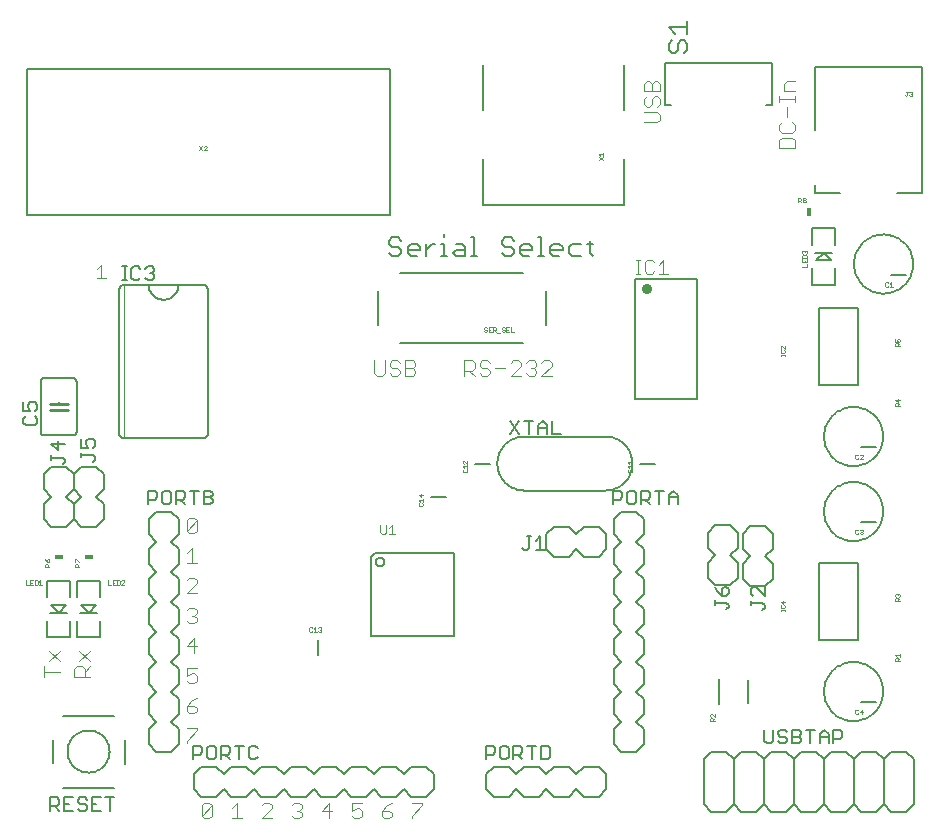
<source format=gto>
G75*
G70*
%OFA0B0*%
%FSLAX24Y24*%
%IPPOS*%
%LPD*%
%AMOC8*
5,1,8,0,0,1.08239X$1,22.5*
%
%ADD10C,0.0040*%
%ADD11C,0.0050*%
%ADD12C,0.0060*%
%ADD13C,0.0030*%
%ADD14C,0.0080*%
%ADD15C,0.0348*%
%ADD16C,0.0010*%
%ADD17C,0.0020*%
%ADD18C,0.0100*%
%ADD19C,0.0070*%
%ADD20R,0.0050X0.0200*%
%ADD21R,0.0300X0.0180*%
%ADD22R,0.0180X0.0300*%
D10*
X001661Y005636D02*
X001661Y005983D01*
X001661Y005810D02*
X002181Y005810D01*
X002181Y006152D02*
X001834Y006499D01*
X001834Y006152D02*
X002181Y006499D01*
X002834Y006499D02*
X003181Y006152D01*
X003181Y005983D02*
X003008Y005810D01*
X003008Y005897D02*
X003008Y005636D01*
X003181Y005636D02*
X002661Y005636D01*
X002661Y005897D01*
X002747Y005983D01*
X002921Y005983D01*
X003008Y005897D01*
X002834Y006152D02*
X003181Y006499D01*
X006411Y006678D02*
X006758Y006678D01*
X006671Y006418D02*
X006671Y006938D01*
X006411Y006678D01*
X006411Y005938D02*
X006411Y005678D01*
X006585Y005765D01*
X006671Y005765D01*
X006758Y005678D01*
X006758Y005504D01*
X006671Y005418D01*
X006498Y005418D01*
X006411Y005504D01*
X006411Y005938D02*
X006758Y005938D01*
X006758Y004938D02*
X006585Y004851D01*
X006411Y004678D01*
X006671Y004678D01*
X006758Y004591D01*
X006758Y004504D01*
X006671Y004418D01*
X006498Y004418D01*
X006411Y004504D01*
X006411Y004678D01*
X006411Y003938D02*
X006758Y003938D01*
X006758Y003851D01*
X006411Y003504D01*
X006411Y003418D01*
X006998Y001438D02*
X007171Y001438D01*
X007258Y001351D01*
X006911Y001004D01*
X006998Y000918D01*
X007171Y000918D01*
X007258Y001004D01*
X007258Y001351D01*
X006998Y001438D02*
X006911Y001351D01*
X006911Y001004D01*
X007911Y000918D02*
X008258Y000918D01*
X008085Y000918D02*
X008085Y001438D01*
X007911Y001265D01*
X008911Y001351D02*
X008998Y001438D01*
X009171Y001438D01*
X009258Y001351D01*
X009258Y001265D01*
X008911Y000918D01*
X009258Y000918D01*
X009911Y001004D02*
X009998Y000918D01*
X010171Y000918D01*
X010258Y001004D01*
X010258Y001091D01*
X010171Y001178D01*
X010085Y001178D01*
X010171Y001178D02*
X010258Y001265D01*
X010258Y001351D01*
X010171Y001438D01*
X009998Y001438D01*
X009911Y001351D01*
X010911Y001178D02*
X011258Y001178D01*
X011171Y000918D02*
X011171Y001438D01*
X010911Y001178D01*
X011911Y001178D02*
X012085Y001265D01*
X012171Y001265D01*
X012258Y001178D01*
X012258Y001004D01*
X012171Y000918D01*
X011998Y000918D01*
X011911Y001004D01*
X011911Y001178D02*
X011911Y001438D01*
X012258Y001438D01*
X012911Y001178D02*
X012911Y001004D01*
X012998Y000918D01*
X013171Y000918D01*
X013258Y001004D01*
X013258Y001091D01*
X013171Y001178D01*
X012911Y001178D01*
X013085Y001351D01*
X013258Y001438D01*
X013911Y001438D02*
X014258Y001438D01*
X014258Y001351D01*
X013911Y001004D01*
X013911Y000918D01*
X006758Y007504D02*
X006671Y007418D01*
X006498Y007418D01*
X006411Y007504D01*
X006585Y007678D02*
X006671Y007678D01*
X006758Y007591D01*
X006758Y007504D01*
X006671Y007678D02*
X006758Y007765D01*
X006758Y007851D01*
X006671Y007938D01*
X006498Y007938D01*
X006411Y007851D01*
X006411Y008418D02*
X006758Y008765D01*
X006758Y008851D01*
X006671Y008938D01*
X006498Y008938D01*
X006411Y008851D01*
X006411Y008418D02*
X006758Y008418D01*
X006758Y009418D02*
X006411Y009418D01*
X006585Y009418D02*
X006585Y009938D01*
X006411Y009765D01*
X006498Y010418D02*
X006411Y010504D01*
X006758Y010851D01*
X006758Y010504D01*
X006671Y010418D01*
X006498Y010418D01*
X006411Y010504D02*
X006411Y010851D01*
X006498Y010938D01*
X006671Y010938D01*
X006758Y010851D01*
X012661Y015754D02*
X012661Y016188D01*
X013008Y016188D02*
X013008Y015754D01*
X012921Y015668D01*
X012748Y015668D01*
X012661Y015754D01*
X013177Y015754D02*
X013263Y015668D01*
X013437Y015668D01*
X013524Y015754D01*
X013524Y015841D01*
X013437Y015928D01*
X013263Y015928D01*
X013177Y016015D01*
X013177Y016101D01*
X013263Y016188D01*
X013437Y016188D01*
X013524Y016101D01*
X013692Y016188D02*
X013953Y016188D01*
X014039Y016101D01*
X014039Y016015D01*
X013953Y015928D01*
X013692Y015928D01*
X013692Y015668D02*
X013692Y016188D01*
X013953Y015928D02*
X014039Y015841D01*
X014039Y015754D01*
X013953Y015668D01*
X013692Y015668D01*
X015661Y015668D02*
X015661Y016188D01*
X015921Y016188D01*
X016008Y016101D01*
X016008Y015928D01*
X015921Y015841D01*
X015661Y015841D01*
X015835Y015841D02*
X016008Y015668D01*
X016177Y015754D02*
X016263Y015668D01*
X016437Y015668D01*
X016524Y015754D01*
X016524Y015841D01*
X016437Y015928D01*
X016263Y015928D01*
X016177Y016015D01*
X016177Y016101D01*
X016263Y016188D01*
X016437Y016188D01*
X016524Y016101D01*
X016692Y015928D02*
X017039Y015928D01*
X017208Y016101D02*
X017295Y016188D01*
X017468Y016188D01*
X017555Y016101D01*
X017555Y016015D01*
X017208Y015668D01*
X017555Y015668D01*
X017724Y015754D02*
X017810Y015668D01*
X017984Y015668D01*
X018071Y015754D01*
X018071Y015841D01*
X017984Y015928D01*
X017897Y015928D01*
X017984Y015928D02*
X018071Y016015D01*
X018071Y016101D01*
X017984Y016188D01*
X017810Y016188D01*
X017724Y016101D01*
X018239Y016101D02*
X018326Y016188D01*
X018499Y016188D01*
X018586Y016101D01*
X018586Y016015D01*
X018239Y015668D01*
X018586Y015668D01*
X021376Y019074D02*
X021529Y019074D01*
X021452Y019074D02*
X021452Y019534D01*
X021376Y019534D02*
X021529Y019534D01*
X021683Y019457D02*
X021683Y019150D01*
X021759Y019074D01*
X021913Y019074D01*
X021989Y019150D01*
X022143Y019074D02*
X022450Y019074D01*
X022296Y019074D02*
X022296Y019534D01*
X022143Y019381D01*
X021989Y019457D02*
X021913Y019534D01*
X021759Y019534D01*
X021683Y019457D01*
X026161Y023261D02*
X026161Y023522D01*
X026247Y023608D01*
X026594Y023608D01*
X026681Y023522D01*
X026681Y023261D01*
X026161Y023261D01*
X026247Y023777D02*
X026594Y023777D01*
X026681Y023864D01*
X026681Y024037D01*
X026594Y024124D01*
X026421Y024293D02*
X026421Y024640D01*
X026681Y024808D02*
X026681Y024982D01*
X026681Y024895D02*
X026161Y024895D01*
X026161Y024808D02*
X026161Y024982D01*
X026334Y025152D02*
X026334Y025412D01*
X026421Y025499D01*
X026681Y025499D01*
X026681Y025152D02*
X026334Y025152D01*
X026247Y024124D02*
X026161Y024037D01*
X026161Y023864D01*
X026247Y023777D01*
X022181Y024208D02*
X022181Y024381D01*
X022094Y024468D01*
X021661Y024468D01*
X021747Y024636D02*
X021834Y024636D01*
X021921Y024723D01*
X021921Y024897D01*
X022008Y024983D01*
X022094Y024983D01*
X022181Y024897D01*
X022181Y024723D01*
X022094Y024636D01*
X021747Y024636D02*
X021661Y024723D01*
X021661Y024897D01*
X021747Y024983D01*
X021661Y025152D02*
X021661Y025412D01*
X021747Y025499D01*
X021834Y025499D01*
X021921Y025412D01*
X021921Y025152D01*
X022181Y025152D02*
X021661Y025152D01*
X021921Y025412D02*
X022008Y025499D01*
X022094Y025499D01*
X022181Y025412D01*
X022181Y025152D01*
X022181Y024208D02*
X022094Y024121D01*
X021661Y024121D01*
X003718Y018918D02*
X003411Y018918D01*
X003565Y018918D02*
X003565Y019378D01*
X003411Y019225D01*
D11*
X001864Y001623D02*
X001864Y001173D01*
X001864Y001323D02*
X002089Y001323D01*
X002164Y001398D01*
X002164Y001548D01*
X002089Y001623D01*
X001864Y001623D01*
X002014Y001323D02*
X002164Y001173D01*
X002325Y001173D02*
X002325Y001623D01*
X002625Y001623D01*
X002785Y001548D02*
X002785Y001473D01*
X002860Y001398D01*
X003010Y001398D01*
X003085Y001323D01*
X003085Y001248D01*
X003010Y001173D01*
X002860Y001173D01*
X002785Y001248D01*
X002625Y001173D02*
X002325Y001173D01*
X002325Y001398D02*
X002475Y001398D01*
X002785Y001548D02*
X002860Y001623D01*
X003010Y001623D01*
X003085Y001548D01*
X003245Y001623D02*
X003245Y001173D01*
X003545Y001173D01*
X003395Y001398D02*
X003245Y001398D01*
X003245Y001623D02*
X003545Y001623D01*
X003706Y001623D02*
X004006Y001623D01*
X003856Y001623D02*
X003856Y001173D01*
X006636Y002893D02*
X006636Y003343D01*
X006861Y003343D01*
X006936Y003268D01*
X006936Y003118D01*
X006861Y003043D01*
X006636Y003043D01*
X007096Y002968D02*
X007171Y002893D01*
X007322Y002893D01*
X007397Y002968D01*
X007397Y003268D01*
X007322Y003343D01*
X007171Y003343D01*
X007096Y003268D01*
X007096Y002968D01*
X007557Y003043D02*
X007782Y003043D01*
X007857Y003118D01*
X007857Y003268D01*
X007782Y003343D01*
X007557Y003343D01*
X007557Y002893D01*
X007707Y003043D02*
X007857Y002893D01*
X008167Y002893D02*
X008167Y003343D01*
X008017Y003343D02*
X008317Y003343D01*
X008478Y003268D02*
X008478Y002968D01*
X008553Y002893D01*
X008703Y002893D01*
X008778Y002968D01*
X008778Y003268D02*
X008703Y003343D01*
X008553Y003343D01*
X008478Y003268D01*
X016386Y003343D02*
X016386Y002893D01*
X016386Y003043D02*
X016611Y003043D01*
X016686Y003118D01*
X016686Y003268D01*
X016611Y003343D01*
X016386Y003343D01*
X016846Y003268D02*
X016846Y002968D01*
X016921Y002893D01*
X017072Y002893D01*
X017147Y002968D01*
X017147Y003268D01*
X017072Y003343D01*
X016921Y003343D01*
X016846Y003268D01*
X017307Y003343D02*
X017307Y002893D01*
X017307Y003043D02*
X017532Y003043D01*
X017607Y003118D01*
X017607Y003268D01*
X017532Y003343D01*
X017307Y003343D01*
X017457Y003043D02*
X017607Y002893D01*
X017917Y002893D02*
X017917Y003343D01*
X017767Y003343D02*
X018067Y003343D01*
X018228Y003343D02*
X018228Y002893D01*
X018453Y002893D01*
X018528Y002968D01*
X018528Y003268D01*
X018453Y003343D01*
X018228Y003343D01*
X024026Y008033D02*
X024026Y008183D01*
X024026Y008108D02*
X024401Y008108D01*
X024476Y008033D01*
X024476Y007958D01*
X024401Y007883D01*
X024401Y008343D02*
X024476Y008418D01*
X024476Y008568D01*
X024401Y008643D01*
X024326Y008643D01*
X024251Y008568D01*
X024251Y008343D01*
X024401Y008343D01*
X024251Y008343D02*
X024101Y008493D01*
X024026Y008643D01*
X025226Y008558D02*
X025226Y008408D01*
X025301Y008333D01*
X025226Y008173D02*
X025226Y008023D01*
X025226Y008098D02*
X025601Y008098D01*
X025676Y008023D01*
X025676Y007948D01*
X025601Y007873D01*
X025676Y008333D02*
X025376Y008633D01*
X025301Y008633D01*
X025226Y008558D01*
X025676Y008633D02*
X025676Y008333D01*
X022778Y011393D02*
X022778Y011693D01*
X022628Y011843D01*
X022478Y011693D01*
X022478Y011393D01*
X022478Y011618D02*
X022778Y011618D01*
X022317Y011843D02*
X022017Y011843D01*
X022167Y011843D02*
X022167Y011393D01*
X021857Y011393D02*
X021707Y011543D01*
X021782Y011543D02*
X021557Y011543D01*
X021557Y011393D02*
X021557Y011843D01*
X021782Y011843D01*
X021857Y011768D01*
X021857Y011618D01*
X021782Y011543D01*
X021397Y011468D02*
X021322Y011393D01*
X021171Y011393D01*
X021096Y011468D01*
X021096Y011768D01*
X021171Y011843D01*
X021322Y011843D01*
X021397Y011768D01*
X021397Y011468D01*
X020936Y011618D02*
X020861Y011543D01*
X020636Y011543D01*
X020636Y011393D02*
X020636Y011843D01*
X020861Y011843D01*
X020936Y011768D01*
X020936Y011618D01*
X018886Y013723D02*
X018586Y013723D01*
X018586Y014173D01*
X018426Y014023D02*
X018426Y013723D01*
X018426Y013948D02*
X018125Y013948D01*
X018125Y014023D02*
X018125Y013723D01*
X018125Y014023D02*
X018275Y014173D01*
X018426Y014023D01*
X017965Y014173D02*
X017665Y014173D01*
X017815Y014173D02*
X017815Y013723D01*
X017505Y013723D02*
X017205Y014173D01*
X017505Y014173D02*
X017205Y013723D01*
X017629Y016780D02*
X013535Y016780D01*
X012787Y017370D02*
X012787Y018512D01*
X013535Y019102D02*
X017629Y019102D01*
X017623Y019673D02*
X017521Y019774D01*
X017521Y019978D01*
X017623Y020080D01*
X017827Y020080D01*
X017928Y019978D01*
X017928Y019876D01*
X017521Y019876D01*
X017321Y019876D02*
X017219Y019978D01*
X017015Y019978D01*
X016914Y020080D01*
X016914Y020181D01*
X017015Y020283D01*
X017219Y020283D01*
X017321Y020181D01*
X017321Y019876D02*
X017321Y019774D01*
X017219Y019673D01*
X017015Y019673D01*
X016914Y019774D01*
X017623Y019673D02*
X017827Y019673D01*
X018129Y019673D02*
X018333Y019673D01*
X018231Y019673D02*
X018231Y020283D01*
X018129Y020283D01*
X018534Y019978D02*
X018636Y020080D01*
X018839Y020080D01*
X018941Y019978D01*
X018941Y019876D01*
X018534Y019876D01*
X018534Y019774D02*
X018534Y019978D01*
X018534Y019774D02*
X018636Y019673D01*
X018839Y019673D01*
X019142Y019774D02*
X019244Y019673D01*
X019549Y019673D01*
X019851Y019774D02*
X019953Y019673D01*
X019851Y019774D02*
X019851Y020181D01*
X019750Y020080D02*
X019953Y020080D01*
X019549Y020080D02*
X019244Y020080D01*
X019142Y019978D01*
X019142Y019774D01*
X018377Y018512D02*
X018377Y017370D01*
X016104Y019673D02*
X015901Y019673D01*
X016003Y019673D02*
X016003Y020283D01*
X015901Y020283D01*
X015598Y020080D02*
X015700Y019978D01*
X015700Y019673D01*
X015395Y019673D01*
X015293Y019774D01*
X015395Y019876D01*
X015700Y019876D01*
X015598Y020080D02*
X015395Y020080D01*
X014990Y020080D02*
X014990Y019673D01*
X015091Y019673D02*
X014888Y019673D01*
X014382Y019673D02*
X014382Y020080D01*
X014585Y020080D02*
X014687Y020080D01*
X014585Y020080D02*
X014382Y019876D01*
X014181Y019876D02*
X014181Y019978D01*
X014079Y020080D01*
X013876Y020080D01*
X013774Y019978D01*
X013774Y019774D01*
X013876Y019673D01*
X014079Y019673D01*
X014181Y019876D02*
X013774Y019876D01*
X013573Y019876D02*
X013471Y019978D01*
X013268Y019978D01*
X013166Y020080D01*
X013166Y020181D01*
X013268Y020283D01*
X013471Y020283D01*
X013573Y020181D01*
X013573Y019876D02*
X013573Y019774D01*
X013471Y019673D01*
X013268Y019673D01*
X013166Y019774D01*
X014888Y020080D02*
X014990Y020080D01*
X014990Y020283D02*
X014990Y020385D01*
X007203Y011843D02*
X006978Y011843D01*
X006978Y011393D01*
X007203Y011393D01*
X007278Y011468D01*
X007278Y011543D01*
X007203Y011618D01*
X006978Y011618D01*
X007203Y011618D02*
X007278Y011693D01*
X007278Y011768D01*
X007203Y011843D01*
X006817Y011843D02*
X006517Y011843D01*
X006667Y011843D02*
X006667Y011393D01*
X006357Y011393D02*
X006207Y011543D01*
X006282Y011543D02*
X006057Y011543D01*
X006057Y011393D02*
X006057Y011843D01*
X006282Y011843D01*
X006357Y011768D01*
X006357Y011618D01*
X006282Y011543D01*
X005897Y011468D02*
X005822Y011393D01*
X005671Y011393D01*
X005596Y011468D01*
X005596Y011768D01*
X005671Y011843D01*
X005822Y011843D01*
X005897Y011768D01*
X005897Y011468D01*
X005436Y011618D02*
X005436Y011768D01*
X005361Y011843D01*
X005136Y011843D01*
X005136Y011393D01*
X005136Y011543D02*
X005361Y011543D01*
X005436Y011618D01*
X003356Y012878D02*
X003281Y012803D01*
X003356Y012878D02*
X003356Y012953D01*
X003281Y013028D01*
X002906Y013028D01*
X002906Y012953D02*
X002906Y013103D01*
X002906Y013263D02*
X003131Y013263D01*
X003056Y013413D01*
X003056Y013488D01*
X003131Y013563D01*
X003281Y013563D01*
X003356Y013488D01*
X003356Y013338D01*
X003281Y013263D01*
X002906Y013263D02*
X002906Y013563D01*
X002356Y013408D02*
X001906Y013408D01*
X002131Y013183D01*
X002131Y013483D01*
X001906Y013023D02*
X001906Y012873D01*
X001906Y012948D02*
X002281Y012948D01*
X002356Y012873D01*
X002356Y012798D01*
X002281Y012723D01*
X001341Y014023D02*
X001041Y014023D01*
X000966Y014098D01*
X000966Y014248D01*
X001041Y014323D01*
X000966Y014483D02*
X001191Y014483D01*
X001116Y014633D01*
X001116Y014708D01*
X001191Y014783D01*
X001341Y014783D01*
X001416Y014708D01*
X001416Y014558D01*
X001341Y014483D01*
X001341Y014323D02*
X001416Y014248D01*
X001416Y014098D01*
X001341Y014023D01*
X000966Y014483D02*
X000966Y014783D01*
X004266Y018873D02*
X004416Y018873D01*
X004341Y018873D02*
X004341Y019323D01*
X004266Y019323D02*
X004416Y019323D01*
X004573Y019248D02*
X004573Y018948D01*
X004648Y018873D01*
X004798Y018873D01*
X004873Y018948D01*
X005033Y018948D02*
X005108Y018873D01*
X005259Y018873D01*
X005334Y018948D01*
X005334Y019023D01*
X005259Y019098D01*
X005183Y019098D01*
X005259Y019098D02*
X005334Y019173D01*
X005334Y019248D01*
X005259Y019323D01*
X005108Y019323D01*
X005033Y019248D01*
X004873Y019248D02*
X004798Y019323D01*
X004648Y019323D01*
X004573Y019248D01*
X017746Y010323D02*
X017896Y010323D01*
X017821Y010323D02*
X017821Y009948D01*
X017746Y009873D01*
X017671Y009873D01*
X017596Y009948D01*
X018056Y009873D02*
X018357Y009873D01*
X018207Y009873D02*
X018207Y010323D01*
X018056Y010173D01*
X025666Y003873D02*
X025666Y003498D01*
X025741Y003423D01*
X025891Y003423D01*
X025966Y003498D01*
X025966Y003873D01*
X026126Y003798D02*
X026126Y003723D01*
X026201Y003648D01*
X026352Y003648D01*
X026427Y003573D01*
X026427Y003498D01*
X026352Y003423D01*
X026201Y003423D01*
X026126Y003498D01*
X026126Y003798D02*
X026201Y003873D01*
X026352Y003873D01*
X026427Y003798D01*
X026587Y003873D02*
X026812Y003873D01*
X026887Y003798D01*
X026887Y003723D01*
X026812Y003648D01*
X026587Y003648D01*
X026812Y003648D02*
X026887Y003573D01*
X026887Y003498D01*
X026812Y003423D01*
X026587Y003423D01*
X026587Y003873D01*
X027047Y003873D02*
X027347Y003873D01*
X027197Y003873D02*
X027197Y003423D01*
X027508Y003423D02*
X027508Y003723D01*
X027658Y003873D01*
X027808Y003723D01*
X027808Y003423D01*
X027968Y003423D02*
X027968Y003873D01*
X028193Y003873D01*
X028268Y003798D01*
X028268Y003648D01*
X028193Y003573D01*
X027968Y003573D01*
X027808Y003648D02*
X027508Y003648D01*
D12*
X027391Y003148D02*
X026891Y003148D01*
X026641Y002898D01*
X026641Y001398D01*
X026391Y001148D01*
X025891Y001148D01*
X025641Y001398D01*
X025641Y002898D01*
X025391Y003148D01*
X024891Y003148D01*
X024641Y002898D01*
X024391Y003148D01*
X023891Y003148D01*
X023641Y002898D01*
X023641Y001398D01*
X023891Y001148D01*
X024391Y001148D01*
X024641Y001398D01*
X024641Y002898D01*
X025641Y002898D02*
X025891Y003148D01*
X026391Y003148D01*
X026641Y002898D01*
X027391Y003148D02*
X027641Y002898D01*
X027641Y001398D01*
X027391Y001148D01*
X026891Y001148D01*
X026641Y001398D01*
X025641Y001398D02*
X025391Y001148D01*
X024891Y001148D01*
X024641Y001398D01*
X027641Y001398D02*
X027891Y001148D01*
X028391Y001148D01*
X028641Y001398D01*
X028641Y002898D01*
X028391Y003148D01*
X027891Y003148D01*
X027641Y002898D01*
X028641Y002898D02*
X028891Y003148D01*
X029391Y003148D01*
X029641Y002898D01*
X029641Y001398D01*
X029391Y001148D01*
X028891Y001148D01*
X028641Y001398D01*
X029641Y001398D02*
X029891Y001148D01*
X030391Y001148D01*
X030641Y001398D01*
X030641Y002898D01*
X030391Y003148D01*
X029891Y003148D01*
X029641Y002898D01*
X025131Y004753D02*
X025131Y005548D01*
X024151Y005552D02*
X024151Y004743D01*
X015321Y007008D02*
X012561Y007008D01*
X012561Y009628D01*
X012701Y009768D01*
X015321Y009768D01*
X015321Y007008D01*
X012720Y009468D02*
X012722Y009491D01*
X012728Y009514D01*
X012737Y009535D01*
X012750Y009555D01*
X012766Y009572D01*
X012784Y009586D01*
X012804Y009597D01*
X012826Y009605D01*
X012849Y009609D01*
X012873Y009609D01*
X012896Y009605D01*
X012918Y009597D01*
X012938Y009586D01*
X012956Y009572D01*
X012972Y009555D01*
X012985Y009535D01*
X012994Y009514D01*
X013000Y009491D01*
X013002Y009468D01*
X013000Y009445D01*
X012994Y009422D01*
X012985Y009401D01*
X012972Y009381D01*
X012956Y009364D01*
X012938Y009350D01*
X012918Y009339D01*
X012896Y009331D01*
X012873Y009327D01*
X012849Y009327D01*
X012826Y009331D01*
X012804Y009339D01*
X012784Y009350D01*
X012766Y009364D01*
X012750Y009381D01*
X012737Y009401D01*
X012728Y009422D01*
X012722Y009445D01*
X012720Y009468D01*
X007111Y013738D02*
X007111Y018558D01*
X007109Y018581D01*
X007104Y018604D01*
X007095Y018626D01*
X007082Y018646D01*
X007067Y018664D01*
X007049Y018679D01*
X007029Y018692D01*
X007007Y018701D01*
X006984Y018706D01*
X006961Y018708D01*
X006141Y018708D01*
X005141Y018708D01*
X004321Y018708D01*
X004298Y018706D01*
X004275Y018701D01*
X004253Y018692D01*
X004233Y018679D01*
X004215Y018664D01*
X004200Y018646D01*
X004187Y018626D01*
X004178Y018604D01*
X004173Y018581D01*
X004171Y018558D01*
X004171Y013738D01*
X004173Y013715D01*
X004178Y013692D01*
X004187Y013670D01*
X004200Y013650D01*
X004215Y013632D01*
X004233Y013617D01*
X004253Y013604D01*
X004275Y013595D01*
X004298Y013590D01*
X004321Y013588D01*
X006961Y013588D01*
X006984Y013590D01*
X007007Y013595D01*
X007029Y013604D01*
X007049Y013617D01*
X007067Y013632D01*
X007082Y013650D01*
X007095Y013670D01*
X007104Y013692D01*
X007109Y013715D01*
X007111Y013738D01*
X002741Y013798D02*
X002741Y015498D01*
X002739Y015515D01*
X002735Y015532D01*
X002728Y015548D01*
X002718Y015562D01*
X002705Y015575D01*
X002691Y015585D01*
X002675Y015592D01*
X002658Y015596D01*
X002641Y015598D01*
X001641Y015598D01*
X001624Y015596D01*
X001607Y015592D01*
X001591Y015585D01*
X001577Y015575D01*
X001564Y015562D01*
X001554Y015548D01*
X001547Y015532D01*
X001543Y015515D01*
X001541Y015498D01*
X001541Y013798D01*
X001543Y013781D01*
X001547Y013764D01*
X001554Y013748D01*
X001564Y013734D01*
X001577Y013721D01*
X001591Y013711D01*
X001607Y013704D01*
X001624Y013700D01*
X001641Y013698D01*
X002641Y013698D01*
X002658Y013700D01*
X002675Y013704D01*
X002691Y013711D01*
X002705Y013721D01*
X002718Y013734D01*
X002728Y013748D01*
X002735Y013764D01*
X002739Y013781D01*
X002741Y013798D01*
X002141Y014498D02*
X002141Y014548D01*
X002141Y014748D02*
X002141Y014798D01*
X005141Y018708D02*
X005143Y018664D01*
X005149Y018621D01*
X005158Y018579D01*
X005171Y018537D01*
X005188Y018497D01*
X005208Y018458D01*
X005231Y018421D01*
X005258Y018387D01*
X005287Y018354D01*
X005320Y018325D01*
X005354Y018298D01*
X005391Y018275D01*
X005430Y018255D01*
X005470Y018238D01*
X005512Y018225D01*
X005554Y018216D01*
X005597Y018210D01*
X005641Y018208D01*
X005685Y018210D01*
X005728Y018216D01*
X005770Y018225D01*
X005812Y018238D01*
X005852Y018255D01*
X005891Y018275D01*
X005928Y018298D01*
X005962Y018325D01*
X005995Y018354D01*
X006024Y018387D01*
X006051Y018421D01*
X006074Y018458D01*
X006094Y018497D01*
X006111Y018537D01*
X006124Y018579D01*
X006133Y018621D01*
X006139Y018664D01*
X006141Y018708D01*
D13*
X012866Y010693D02*
X012866Y010451D01*
X012914Y010403D01*
X013011Y010403D01*
X013060Y010451D01*
X013060Y010693D01*
X013161Y010596D02*
X013257Y010693D01*
X013257Y010403D01*
X013161Y010403D02*
X013354Y010403D01*
D14*
X014551Y011628D02*
X015051Y011628D01*
X016021Y012748D02*
X016521Y012748D01*
X017671Y013648D02*
X017612Y013646D01*
X017554Y013640D01*
X017495Y013631D01*
X017438Y013617D01*
X017382Y013600D01*
X017327Y013579D01*
X017273Y013555D01*
X017221Y013527D01*
X017171Y013496D01*
X017123Y013462D01*
X017078Y013425D01*
X017035Y013384D01*
X016994Y013341D01*
X016957Y013296D01*
X016923Y013248D01*
X016892Y013198D01*
X016864Y013146D01*
X016840Y013092D01*
X016819Y013037D01*
X016802Y012981D01*
X016788Y012924D01*
X016779Y012865D01*
X016773Y012807D01*
X016771Y012748D01*
X016773Y012689D01*
X016779Y012631D01*
X016788Y012572D01*
X016802Y012515D01*
X016819Y012459D01*
X016840Y012404D01*
X016864Y012350D01*
X016892Y012298D01*
X016923Y012248D01*
X016957Y012200D01*
X016994Y012155D01*
X017035Y012112D01*
X017078Y012071D01*
X017123Y012034D01*
X017171Y012000D01*
X017221Y011969D01*
X017273Y011941D01*
X017327Y011917D01*
X017382Y011896D01*
X017438Y011879D01*
X017495Y011865D01*
X017554Y011856D01*
X017612Y011850D01*
X017671Y011848D01*
X020371Y011848D01*
X020891Y011148D02*
X020641Y010898D01*
X020641Y010398D01*
X020891Y010148D01*
X020641Y009898D01*
X020641Y009398D01*
X020891Y009148D01*
X020641Y008898D01*
X020641Y008398D01*
X020891Y008148D01*
X020641Y007898D01*
X020641Y007398D01*
X020891Y007148D01*
X020641Y006898D01*
X020641Y006398D01*
X020891Y006148D01*
X020641Y005898D01*
X020641Y005398D01*
X020891Y005148D01*
X020641Y004898D01*
X020641Y004398D01*
X020891Y004148D01*
X020641Y003898D01*
X020641Y003398D01*
X020891Y003148D01*
X021391Y003148D01*
X021641Y003398D01*
X021641Y003898D01*
X021391Y004148D01*
X021641Y004398D01*
X021641Y004898D01*
X021391Y005148D01*
X021641Y005398D01*
X021641Y005898D01*
X021391Y006148D01*
X021641Y006398D01*
X021641Y006898D01*
X021391Y007148D01*
X021641Y007398D01*
X021641Y007898D01*
X021391Y008148D01*
X021641Y008398D01*
X021641Y008898D01*
X021391Y009148D01*
X021641Y009398D01*
X021641Y009898D01*
X021391Y010148D01*
X021641Y010398D01*
X021641Y010898D01*
X021391Y011148D01*
X020891Y011148D01*
X020151Y010648D02*
X020401Y010398D01*
X020401Y009898D01*
X020151Y009648D01*
X019651Y009648D01*
X019401Y009898D01*
X019151Y009648D01*
X018651Y009648D01*
X018401Y009898D01*
X018401Y010398D01*
X018651Y010648D01*
X019151Y010648D01*
X019401Y010398D01*
X019651Y010648D01*
X020151Y010648D01*
X020371Y011848D02*
X020430Y011850D01*
X020488Y011856D01*
X020547Y011865D01*
X020604Y011879D01*
X020660Y011896D01*
X020715Y011917D01*
X020769Y011941D01*
X020821Y011969D01*
X020871Y012000D01*
X020919Y012034D01*
X020964Y012071D01*
X021007Y012112D01*
X021048Y012155D01*
X021085Y012200D01*
X021119Y012248D01*
X021150Y012298D01*
X021178Y012350D01*
X021202Y012404D01*
X021223Y012459D01*
X021240Y012515D01*
X021254Y012572D01*
X021263Y012631D01*
X021269Y012689D01*
X021271Y012748D01*
X021269Y012807D01*
X021263Y012865D01*
X021254Y012924D01*
X021240Y012981D01*
X021223Y013037D01*
X021202Y013092D01*
X021178Y013146D01*
X021150Y013198D01*
X021119Y013248D01*
X021085Y013296D01*
X021048Y013341D01*
X021007Y013384D01*
X020964Y013425D01*
X020919Y013462D01*
X020871Y013496D01*
X020821Y013527D01*
X020769Y013555D01*
X020715Y013579D01*
X020660Y013600D01*
X020604Y013617D01*
X020547Y013631D01*
X020488Y013640D01*
X020430Y013646D01*
X020371Y013648D01*
X017671Y013648D01*
X021367Y014890D02*
X023415Y014890D01*
X023415Y018906D01*
X021367Y018906D01*
X021367Y014890D01*
X021521Y012748D02*
X022021Y012748D01*
X024031Y010688D02*
X024531Y010688D01*
X024781Y010438D01*
X024781Y009938D01*
X024531Y009688D01*
X024781Y009438D01*
X024781Y008938D01*
X024531Y008688D01*
X024031Y008688D01*
X023781Y008938D01*
X023781Y009438D01*
X024031Y009688D01*
X023781Y009938D01*
X023781Y010438D01*
X024031Y010688D01*
X024941Y010408D02*
X024941Y009908D01*
X025191Y009658D01*
X024941Y009408D01*
X024941Y008908D01*
X025191Y008658D01*
X025691Y008658D01*
X025941Y008908D01*
X025941Y009408D01*
X025691Y009658D01*
X025941Y009908D01*
X025941Y010408D01*
X025691Y010658D01*
X025191Y010658D01*
X024941Y010408D01*
X027491Y009438D02*
X027491Y006858D01*
X028791Y006858D01*
X028791Y009438D01*
X027491Y009438D01*
X028895Y010786D02*
X029395Y010786D01*
X027657Y011148D02*
X027659Y011210D01*
X027665Y011273D01*
X027675Y011334D01*
X027689Y011395D01*
X027706Y011455D01*
X027727Y011514D01*
X027753Y011571D01*
X027781Y011626D01*
X027813Y011680D01*
X027849Y011731D01*
X027887Y011781D01*
X027929Y011827D01*
X027973Y011871D01*
X028021Y011912D01*
X028070Y011950D01*
X028122Y011984D01*
X028176Y012015D01*
X028232Y012043D01*
X028290Y012067D01*
X028349Y012088D01*
X028409Y012104D01*
X028470Y012117D01*
X028532Y012126D01*
X028594Y012131D01*
X028657Y012132D01*
X028719Y012129D01*
X028781Y012122D01*
X028843Y012111D01*
X028903Y012096D01*
X028963Y012078D01*
X029021Y012056D01*
X029078Y012030D01*
X029133Y012000D01*
X029186Y011967D01*
X029237Y011931D01*
X029285Y011892D01*
X029331Y011849D01*
X029374Y011804D01*
X029414Y011756D01*
X029451Y011706D01*
X029485Y011653D01*
X029516Y011599D01*
X029542Y011543D01*
X029566Y011485D01*
X029585Y011425D01*
X029601Y011365D01*
X029613Y011303D01*
X029621Y011242D01*
X029625Y011179D01*
X029625Y011117D01*
X029621Y011054D01*
X029613Y010993D01*
X029601Y010931D01*
X029585Y010871D01*
X029566Y010811D01*
X029542Y010753D01*
X029516Y010697D01*
X029485Y010643D01*
X029451Y010590D01*
X029414Y010540D01*
X029374Y010492D01*
X029331Y010447D01*
X029285Y010404D01*
X029237Y010365D01*
X029186Y010329D01*
X029133Y010296D01*
X029078Y010266D01*
X029021Y010240D01*
X028963Y010218D01*
X028903Y010200D01*
X028843Y010185D01*
X028781Y010174D01*
X028719Y010167D01*
X028657Y010164D01*
X028594Y010165D01*
X028532Y010170D01*
X028470Y010179D01*
X028409Y010192D01*
X028349Y010208D01*
X028290Y010229D01*
X028232Y010253D01*
X028176Y010281D01*
X028122Y010312D01*
X028070Y010346D01*
X028021Y010384D01*
X027973Y010425D01*
X027929Y010469D01*
X027887Y010515D01*
X027849Y010565D01*
X027813Y010616D01*
X027781Y010670D01*
X027753Y010725D01*
X027727Y010782D01*
X027706Y010841D01*
X027689Y010901D01*
X027675Y010962D01*
X027665Y011023D01*
X027659Y011086D01*
X027657Y011148D01*
X028895Y013286D02*
X029395Y013286D01*
X027657Y013648D02*
X027659Y013710D01*
X027665Y013773D01*
X027675Y013834D01*
X027689Y013895D01*
X027706Y013955D01*
X027727Y014014D01*
X027753Y014071D01*
X027781Y014126D01*
X027813Y014180D01*
X027849Y014231D01*
X027887Y014281D01*
X027929Y014327D01*
X027973Y014371D01*
X028021Y014412D01*
X028070Y014450D01*
X028122Y014484D01*
X028176Y014515D01*
X028232Y014543D01*
X028290Y014567D01*
X028349Y014588D01*
X028409Y014604D01*
X028470Y014617D01*
X028532Y014626D01*
X028594Y014631D01*
X028657Y014632D01*
X028719Y014629D01*
X028781Y014622D01*
X028843Y014611D01*
X028903Y014596D01*
X028963Y014578D01*
X029021Y014556D01*
X029078Y014530D01*
X029133Y014500D01*
X029186Y014467D01*
X029237Y014431D01*
X029285Y014392D01*
X029331Y014349D01*
X029374Y014304D01*
X029414Y014256D01*
X029451Y014206D01*
X029485Y014153D01*
X029516Y014099D01*
X029542Y014043D01*
X029566Y013985D01*
X029585Y013925D01*
X029601Y013865D01*
X029613Y013803D01*
X029621Y013742D01*
X029625Y013679D01*
X029625Y013617D01*
X029621Y013554D01*
X029613Y013493D01*
X029601Y013431D01*
X029585Y013371D01*
X029566Y013311D01*
X029542Y013253D01*
X029516Y013197D01*
X029485Y013143D01*
X029451Y013090D01*
X029414Y013040D01*
X029374Y012992D01*
X029331Y012947D01*
X029285Y012904D01*
X029237Y012865D01*
X029186Y012829D01*
X029133Y012796D01*
X029078Y012766D01*
X029021Y012740D01*
X028963Y012718D01*
X028903Y012700D01*
X028843Y012685D01*
X028781Y012674D01*
X028719Y012667D01*
X028657Y012664D01*
X028594Y012665D01*
X028532Y012670D01*
X028470Y012679D01*
X028409Y012692D01*
X028349Y012708D01*
X028290Y012729D01*
X028232Y012753D01*
X028176Y012781D01*
X028122Y012812D01*
X028070Y012846D01*
X028021Y012884D01*
X027973Y012925D01*
X027929Y012969D01*
X027887Y013015D01*
X027849Y013065D01*
X027813Y013116D01*
X027781Y013170D01*
X027753Y013225D01*
X027727Y013282D01*
X027706Y013341D01*
X027689Y013401D01*
X027675Y013462D01*
X027665Y013523D01*
X027659Y013586D01*
X027657Y013648D01*
X027491Y015358D02*
X027491Y017938D01*
X028791Y017938D01*
X028791Y015358D01*
X027491Y015358D01*
X027247Y018703D02*
X028035Y018703D01*
X028035Y019254D01*
X027877Y019530D02*
X027641Y019766D01*
X027405Y019530D01*
X027877Y019530D01*
X027917Y019766D02*
X027641Y019766D01*
X027366Y019766D01*
X027247Y020041D02*
X027247Y020593D01*
X028035Y020593D01*
X028035Y020041D01*
X027247Y019254D02*
X027247Y018703D01*
X028657Y019398D02*
X028659Y019460D01*
X028665Y019523D01*
X028675Y019584D01*
X028689Y019645D01*
X028706Y019705D01*
X028727Y019764D01*
X028753Y019821D01*
X028781Y019876D01*
X028813Y019930D01*
X028849Y019981D01*
X028887Y020031D01*
X028929Y020077D01*
X028973Y020121D01*
X029021Y020162D01*
X029070Y020200D01*
X029122Y020234D01*
X029176Y020265D01*
X029232Y020293D01*
X029290Y020317D01*
X029349Y020338D01*
X029409Y020354D01*
X029470Y020367D01*
X029532Y020376D01*
X029594Y020381D01*
X029657Y020382D01*
X029719Y020379D01*
X029781Y020372D01*
X029843Y020361D01*
X029903Y020346D01*
X029963Y020328D01*
X030021Y020306D01*
X030078Y020280D01*
X030133Y020250D01*
X030186Y020217D01*
X030237Y020181D01*
X030285Y020142D01*
X030331Y020099D01*
X030374Y020054D01*
X030414Y020006D01*
X030451Y019956D01*
X030485Y019903D01*
X030516Y019849D01*
X030542Y019793D01*
X030566Y019735D01*
X030585Y019675D01*
X030601Y019615D01*
X030613Y019553D01*
X030621Y019492D01*
X030625Y019429D01*
X030625Y019367D01*
X030621Y019304D01*
X030613Y019243D01*
X030601Y019181D01*
X030585Y019121D01*
X030566Y019061D01*
X030542Y019003D01*
X030516Y018947D01*
X030485Y018893D01*
X030451Y018840D01*
X030414Y018790D01*
X030374Y018742D01*
X030331Y018697D01*
X030285Y018654D01*
X030237Y018615D01*
X030186Y018579D01*
X030133Y018546D01*
X030078Y018516D01*
X030021Y018490D01*
X029963Y018468D01*
X029903Y018450D01*
X029843Y018435D01*
X029781Y018424D01*
X029719Y018417D01*
X029657Y018414D01*
X029594Y018415D01*
X029532Y018420D01*
X029470Y018429D01*
X029409Y018442D01*
X029349Y018458D01*
X029290Y018479D01*
X029232Y018503D01*
X029176Y018531D01*
X029122Y018562D01*
X029070Y018596D01*
X029021Y018634D01*
X028973Y018675D01*
X028929Y018719D01*
X028887Y018765D01*
X028849Y018815D01*
X028813Y018866D01*
X028781Y018920D01*
X028753Y018975D01*
X028727Y019032D01*
X028706Y019091D01*
X028689Y019151D01*
X028675Y019212D01*
X028665Y019273D01*
X028659Y019336D01*
X028657Y019398D01*
X029895Y019036D02*
X030395Y019036D01*
X030086Y021754D02*
X030913Y021754D01*
X030913Y025967D01*
X027369Y025967D01*
X027369Y023880D01*
X025913Y024709D02*
X025716Y024709D01*
X025913Y024709D02*
X025913Y026087D01*
X022369Y026087D01*
X022369Y024709D01*
X022566Y024709D01*
X021003Y024537D02*
X021003Y026034D01*
X021003Y022884D02*
X021003Y021349D01*
X016279Y021349D01*
X016279Y022884D01*
X016279Y024537D02*
X016279Y026034D01*
X013204Y025888D02*
X001078Y025888D01*
X001078Y021045D01*
X013204Y021045D01*
X013204Y025888D01*
X027369Y022030D02*
X027369Y021754D01*
X028196Y021754D01*
X010801Y006878D02*
X010801Y006378D01*
X010891Y002648D02*
X011391Y002648D01*
X011641Y002398D01*
X011891Y002648D01*
X012391Y002648D01*
X012641Y002398D01*
X012891Y002648D01*
X013391Y002648D01*
X013641Y002398D01*
X013891Y002648D01*
X014391Y002648D01*
X014641Y002398D01*
X014641Y001898D01*
X014391Y001648D01*
X013891Y001648D01*
X013641Y001898D01*
X013391Y001648D01*
X012891Y001648D01*
X012641Y001898D01*
X012391Y001648D01*
X011891Y001648D01*
X011641Y001898D01*
X011391Y001648D01*
X010891Y001648D01*
X010641Y001898D01*
X010391Y001648D01*
X009891Y001648D01*
X009641Y001898D01*
X009391Y001648D01*
X008891Y001648D01*
X008641Y001898D01*
X008391Y001648D01*
X007891Y001648D01*
X007641Y001898D01*
X007391Y001648D01*
X006891Y001648D01*
X006641Y001898D01*
X006641Y002398D01*
X006891Y002648D01*
X007391Y002648D01*
X007641Y002398D01*
X007891Y002648D01*
X008391Y002648D01*
X008641Y002398D01*
X008891Y002648D01*
X009391Y002648D01*
X009641Y002398D01*
X009891Y002648D01*
X010391Y002648D01*
X010641Y002398D01*
X010891Y002648D01*
X006141Y003398D02*
X005891Y003148D01*
X005391Y003148D01*
X005141Y003398D01*
X005141Y003898D01*
X005391Y004148D01*
X005141Y004398D01*
X005141Y004898D01*
X005391Y005148D01*
X005141Y005398D01*
X005141Y005898D01*
X005391Y006148D01*
X005141Y006398D01*
X005141Y006898D01*
X005391Y007148D01*
X005141Y007398D01*
X005141Y007898D01*
X005391Y008148D01*
X005141Y008398D01*
X005141Y008898D01*
X005391Y009148D01*
X005141Y009398D01*
X005141Y009898D01*
X005391Y010148D01*
X005141Y010398D01*
X005141Y010898D01*
X005391Y011148D01*
X005891Y011148D01*
X006141Y010898D01*
X006141Y010398D01*
X005891Y010148D01*
X006141Y009898D01*
X006141Y009398D01*
X005891Y009148D01*
X006141Y008898D01*
X006141Y008398D01*
X005891Y008148D01*
X006141Y007898D01*
X006141Y007398D01*
X005891Y007148D01*
X006141Y006898D01*
X006141Y006398D01*
X005891Y006148D01*
X006141Y005898D01*
X006141Y005398D01*
X005891Y005148D01*
X006141Y004898D01*
X006141Y004398D01*
X005891Y004148D01*
X006141Y003898D01*
X006141Y003398D01*
X004341Y003548D02*
X004341Y002743D01*
X003991Y001948D02*
X002291Y001948D01*
X001941Y002755D02*
X001941Y003548D01*
X002291Y004348D02*
X003991Y004348D01*
X002441Y003148D02*
X002443Y003200D01*
X002449Y003252D01*
X002459Y003304D01*
X002472Y003354D01*
X002489Y003404D01*
X002510Y003452D01*
X002535Y003498D01*
X002563Y003542D01*
X002594Y003584D01*
X002628Y003624D01*
X002665Y003661D01*
X002705Y003695D01*
X002747Y003726D01*
X002791Y003754D01*
X002837Y003779D01*
X002885Y003800D01*
X002935Y003817D01*
X002985Y003830D01*
X003037Y003840D01*
X003089Y003846D01*
X003141Y003848D01*
X003193Y003846D01*
X003245Y003840D01*
X003297Y003830D01*
X003347Y003817D01*
X003397Y003800D01*
X003445Y003779D01*
X003491Y003754D01*
X003535Y003726D01*
X003577Y003695D01*
X003617Y003661D01*
X003654Y003624D01*
X003688Y003584D01*
X003719Y003542D01*
X003747Y003498D01*
X003772Y003452D01*
X003793Y003404D01*
X003810Y003354D01*
X003823Y003304D01*
X003833Y003252D01*
X003839Y003200D01*
X003841Y003148D01*
X003839Y003096D01*
X003833Y003044D01*
X003823Y002992D01*
X003810Y002942D01*
X003793Y002892D01*
X003772Y002844D01*
X003747Y002798D01*
X003719Y002754D01*
X003688Y002712D01*
X003654Y002672D01*
X003617Y002635D01*
X003577Y002601D01*
X003535Y002570D01*
X003491Y002542D01*
X003445Y002517D01*
X003397Y002496D01*
X003347Y002479D01*
X003297Y002466D01*
X003245Y002456D01*
X003193Y002450D01*
X003141Y002448D01*
X003089Y002450D01*
X003037Y002456D01*
X002985Y002466D01*
X002935Y002479D01*
X002885Y002496D01*
X002837Y002517D01*
X002791Y002542D01*
X002747Y002570D01*
X002705Y002601D01*
X002665Y002635D01*
X002628Y002672D01*
X002594Y002712D01*
X002563Y002754D01*
X002535Y002798D01*
X002510Y002844D01*
X002489Y002892D01*
X002472Y002942D01*
X002459Y002992D01*
X002449Y003044D01*
X002443Y003096D01*
X002441Y003148D01*
X002535Y006953D02*
X001747Y006953D01*
X001747Y007504D01*
X001866Y007780D02*
X002141Y007780D01*
X001905Y008016D01*
X002377Y008016D01*
X002141Y007780D01*
X002417Y007780D01*
X002535Y007504D02*
X002535Y006953D01*
X002747Y006953D02*
X002747Y007504D01*
X002866Y007780D02*
X003141Y007780D01*
X002905Y008016D01*
X003377Y008016D01*
X003141Y007780D01*
X003417Y007780D01*
X003535Y007504D02*
X003535Y006953D01*
X002747Y006953D01*
X002747Y008291D02*
X002747Y008843D01*
X003535Y008843D01*
X003535Y008291D01*
X002535Y008291D02*
X002535Y008843D01*
X001747Y008843D01*
X001747Y008291D01*
X001891Y010648D02*
X001641Y010898D01*
X001641Y011398D01*
X001891Y011648D01*
X001641Y011898D01*
X001641Y012398D01*
X001891Y012648D01*
X002391Y012648D01*
X002641Y012398D01*
X002891Y012648D01*
X003391Y012648D01*
X003641Y012398D01*
X003641Y011898D01*
X003391Y011648D01*
X003641Y011398D01*
X003641Y010898D01*
X003391Y010648D01*
X002891Y010648D01*
X002641Y010898D01*
X002641Y011398D01*
X002891Y011648D01*
X002641Y011898D01*
X002641Y012398D01*
X002641Y011898D01*
X002391Y011648D01*
X002641Y011398D01*
X002641Y010898D01*
X002391Y010648D01*
X001891Y010648D01*
X016391Y002398D02*
X016391Y001898D01*
X016641Y001648D01*
X017141Y001648D01*
X017391Y001898D01*
X017641Y001648D01*
X018141Y001648D01*
X018391Y001898D01*
X018641Y001648D01*
X019141Y001648D01*
X019391Y001898D01*
X019641Y001648D01*
X020141Y001648D01*
X020391Y001898D01*
X020391Y002398D01*
X020141Y002648D01*
X019641Y002648D01*
X019391Y002398D01*
X019141Y002648D01*
X018641Y002648D01*
X018391Y002398D01*
X018141Y002648D01*
X017641Y002648D01*
X017391Y002398D01*
X017141Y002648D01*
X016641Y002648D01*
X016391Y002398D01*
X027657Y005148D02*
X027659Y005210D01*
X027665Y005273D01*
X027675Y005334D01*
X027689Y005395D01*
X027706Y005455D01*
X027727Y005514D01*
X027753Y005571D01*
X027781Y005626D01*
X027813Y005680D01*
X027849Y005731D01*
X027887Y005781D01*
X027929Y005827D01*
X027973Y005871D01*
X028021Y005912D01*
X028070Y005950D01*
X028122Y005984D01*
X028176Y006015D01*
X028232Y006043D01*
X028290Y006067D01*
X028349Y006088D01*
X028409Y006104D01*
X028470Y006117D01*
X028532Y006126D01*
X028594Y006131D01*
X028657Y006132D01*
X028719Y006129D01*
X028781Y006122D01*
X028843Y006111D01*
X028903Y006096D01*
X028963Y006078D01*
X029021Y006056D01*
X029078Y006030D01*
X029133Y006000D01*
X029186Y005967D01*
X029237Y005931D01*
X029285Y005892D01*
X029331Y005849D01*
X029374Y005804D01*
X029414Y005756D01*
X029451Y005706D01*
X029485Y005653D01*
X029516Y005599D01*
X029542Y005543D01*
X029566Y005485D01*
X029585Y005425D01*
X029601Y005365D01*
X029613Y005303D01*
X029621Y005242D01*
X029625Y005179D01*
X029625Y005117D01*
X029621Y005054D01*
X029613Y004993D01*
X029601Y004931D01*
X029585Y004871D01*
X029566Y004811D01*
X029542Y004753D01*
X029516Y004697D01*
X029485Y004643D01*
X029451Y004590D01*
X029414Y004540D01*
X029374Y004492D01*
X029331Y004447D01*
X029285Y004404D01*
X029237Y004365D01*
X029186Y004329D01*
X029133Y004296D01*
X029078Y004266D01*
X029021Y004240D01*
X028963Y004218D01*
X028903Y004200D01*
X028843Y004185D01*
X028781Y004174D01*
X028719Y004167D01*
X028657Y004164D01*
X028594Y004165D01*
X028532Y004170D01*
X028470Y004179D01*
X028409Y004192D01*
X028349Y004208D01*
X028290Y004229D01*
X028232Y004253D01*
X028176Y004281D01*
X028122Y004312D01*
X028070Y004346D01*
X028021Y004384D01*
X027973Y004425D01*
X027929Y004469D01*
X027887Y004515D01*
X027849Y004565D01*
X027813Y004616D01*
X027781Y004670D01*
X027753Y004725D01*
X027727Y004782D01*
X027706Y004841D01*
X027689Y004901D01*
X027675Y004962D01*
X027665Y005023D01*
X027659Y005086D01*
X027657Y005148D01*
X028895Y004786D02*
X029395Y004786D01*
D15*
X021751Y018551D03*
D16*
X017311Y017136D02*
X017211Y017136D01*
X017211Y017287D01*
X017164Y017287D02*
X017064Y017287D01*
X017064Y017136D01*
X017164Y017136D01*
X017114Y017211D02*
X017064Y017211D01*
X017017Y017186D02*
X017017Y017161D01*
X016992Y017136D01*
X016942Y017136D01*
X016917Y017161D01*
X016942Y017211D02*
X016992Y017211D01*
X017017Y017186D01*
X017017Y017261D02*
X016992Y017287D01*
X016942Y017287D01*
X016917Y017261D01*
X016917Y017236D01*
X016942Y017211D01*
X016869Y017111D02*
X016769Y017111D01*
X016722Y017136D02*
X016672Y017186D01*
X016697Y017186D02*
X016622Y017186D01*
X016622Y017136D02*
X016622Y017287D01*
X016697Y017287D01*
X016722Y017261D01*
X016722Y017211D01*
X016697Y017186D01*
X016575Y017136D02*
X016475Y017136D01*
X016475Y017287D01*
X016575Y017287D01*
X016525Y017211D02*
X016475Y017211D01*
X016428Y017186D02*
X016428Y017161D01*
X016402Y017136D01*
X016352Y017136D01*
X016327Y017161D01*
X016352Y017211D02*
X016402Y017211D01*
X016428Y017186D01*
X016428Y017261D02*
X016402Y017287D01*
X016352Y017287D01*
X016327Y017261D01*
X016327Y017236D01*
X016352Y017211D01*
X015766Y012847D02*
X015766Y012747D01*
X015666Y012847D01*
X015641Y012847D01*
X015616Y012822D01*
X015616Y012772D01*
X015641Y012747D01*
X015616Y012650D02*
X015766Y012650D01*
X015766Y012600D02*
X015766Y012700D01*
X015666Y012600D02*
X015616Y012650D01*
X015641Y012553D02*
X015616Y012528D01*
X015616Y012478D01*
X015641Y012453D01*
X015741Y012453D01*
X015766Y012478D01*
X015766Y012528D01*
X015741Y012553D01*
X014296Y011702D02*
X014146Y011702D01*
X014221Y011627D01*
X014221Y011727D01*
X014296Y011580D02*
X014296Y011480D01*
X014296Y011530D02*
X014146Y011530D01*
X014196Y011480D01*
X014171Y011433D02*
X014146Y011408D01*
X014146Y011358D01*
X014171Y011333D01*
X014271Y011333D01*
X014296Y011358D01*
X014296Y011408D01*
X014271Y011433D01*
X010876Y007283D02*
X010901Y007258D01*
X010901Y007233D01*
X010876Y007208D01*
X010901Y007183D01*
X010901Y007158D01*
X010876Y007133D01*
X010826Y007133D01*
X010801Y007158D01*
X010754Y007133D02*
X010653Y007133D01*
X010703Y007133D02*
X010703Y007283D01*
X010653Y007233D01*
X010606Y007258D02*
X010581Y007283D01*
X010531Y007283D01*
X010506Y007258D01*
X010506Y007158D01*
X010531Y007133D01*
X010581Y007133D01*
X010606Y007158D01*
X010801Y007258D02*
X010826Y007283D01*
X010876Y007283D01*
X010876Y007208D02*
X010851Y007208D01*
X004338Y008703D02*
X004238Y008703D01*
X004338Y008803D01*
X004338Y008828D01*
X004313Y008853D01*
X004263Y008853D01*
X004238Y008828D01*
X004191Y008828D02*
X004166Y008853D01*
X004091Y008853D01*
X004091Y008703D01*
X004166Y008703D01*
X004191Y008728D01*
X004191Y008828D01*
X004044Y008853D02*
X003943Y008853D01*
X003943Y008703D01*
X004044Y008703D01*
X003993Y008778D02*
X003943Y008778D01*
X003896Y008703D02*
X003796Y008703D01*
X003796Y008853D01*
X002836Y009303D02*
X002686Y009303D01*
X002686Y009378D01*
X002711Y009403D01*
X002761Y009403D01*
X002786Y009378D01*
X002786Y009303D01*
X002786Y009353D02*
X002836Y009403D01*
X002836Y009450D02*
X002811Y009450D01*
X002711Y009550D01*
X002686Y009550D01*
X002686Y009450D01*
X001836Y009475D02*
X001836Y009525D01*
X001811Y009550D01*
X001786Y009550D01*
X001761Y009525D01*
X001761Y009450D01*
X001811Y009450D01*
X001836Y009475D01*
X001836Y009403D02*
X001786Y009353D01*
X001786Y009378D02*
X001786Y009303D01*
X001836Y009303D02*
X001686Y009303D01*
X001686Y009378D01*
X001711Y009403D01*
X001761Y009403D01*
X001786Y009378D01*
X001761Y009450D02*
X001711Y009500D01*
X001686Y009550D01*
X001538Y008853D02*
X001538Y008703D01*
X001488Y008703D02*
X001588Y008703D01*
X001488Y008803D02*
X001538Y008853D01*
X001441Y008828D02*
X001416Y008853D01*
X001341Y008853D01*
X001341Y008703D01*
X001416Y008703D01*
X001441Y008728D01*
X001441Y008828D01*
X001294Y008853D02*
X001193Y008853D01*
X001193Y008703D01*
X001294Y008703D01*
X001243Y008778D02*
X001193Y008778D01*
X001146Y008703D02*
X001046Y008703D01*
X001046Y008853D01*
X020146Y022858D02*
X020296Y022958D01*
X020296Y023005D02*
X020296Y023105D01*
X020296Y023055D02*
X020146Y023055D01*
X020196Y023005D01*
X020146Y022958D02*
X020296Y022858D01*
X026796Y021603D02*
X026871Y021603D01*
X026896Y021578D01*
X026896Y021528D01*
X026871Y021503D01*
X026796Y021503D01*
X026846Y021503D02*
X026896Y021453D01*
X026943Y021478D02*
X026943Y021503D01*
X026968Y021528D01*
X027018Y021528D01*
X027044Y021503D01*
X027044Y021478D01*
X027018Y021453D01*
X026968Y021453D01*
X026943Y021478D01*
X026968Y021528D02*
X026943Y021553D01*
X026943Y021578D01*
X026968Y021603D01*
X027018Y021603D01*
X027044Y021578D01*
X027044Y021553D01*
X027018Y021528D01*
X026796Y021453D02*
X026796Y021603D01*
X026961Y019845D02*
X026986Y019845D01*
X027011Y019820D01*
X027036Y019845D01*
X027061Y019845D01*
X027086Y019820D01*
X027086Y019770D01*
X027061Y019745D01*
X027061Y019697D02*
X026961Y019697D01*
X026936Y019672D01*
X026936Y019597D01*
X027086Y019597D01*
X027086Y019672D01*
X027061Y019697D01*
X027011Y019795D02*
X027011Y019820D01*
X026961Y019845D02*
X026936Y019820D01*
X026936Y019770D01*
X026961Y019745D01*
X026936Y019550D02*
X026936Y019450D01*
X027086Y019450D01*
X027086Y019550D01*
X027011Y019500D02*
X027011Y019450D01*
X027086Y019403D02*
X027086Y019303D01*
X026936Y019303D01*
X026361Y016673D02*
X026361Y016573D01*
X026261Y016673D01*
X026236Y016673D01*
X026211Y016648D01*
X026211Y016598D01*
X026236Y016573D01*
X026236Y016526D02*
X026211Y016501D01*
X026211Y016451D01*
X026236Y016426D01*
X026336Y016426D01*
X026361Y016451D01*
X026361Y016501D01*
X026336Y016526D01*
X026361Y016378D02*
X026361Y016328D01*
X026361Y016353D02*
X026211Y016353D01*
X026211Y016328D02*
X026211Y016378D01*
X029701Y018668D02*
X029726Y018643D01*
X029776Y018643D01*
X029802Y018668D01*
X029849Y018643D02*
X029949Y018643D01*
X029899Y018643D02*
X029899Y018793D01*
X029849Y018743D01*
X029802Y018768D02*
X029776Y018793D01*
X029726Y018793D01*
X029701Y018768D01*
X029701Y018668D01*
X030036Y016900D02*
X030036Y016800D01*
X030111Y016800D01*
X030086Y016850D01*
X030086Y016875D01*
X030111Y016900D01*
X030161Y016900D01*
X030186Y016875D01*
X030186Y016825D01*
X030161Y016800D01*
X030186Y016753D02*
X030136Y016703D01*
X030136Y016728D02*
X030136Y016653D01*
X030186Y016653D02*
X030036Y016653D01*
X030036Y016728D01*
X030061Y016753D01*
X030111Y016753D01*
X030136Y016728D01*
X030111Y014900D02*
X030111Y014800D01*
X030036Y014875D01*
X030186Y014875D01*
X030186Y014753D02*
X030136Y014703D01*
X030136Y014728D02*
X030136Y014653D01*
X030186Y014653D02*
X030036Y014653D01*
X030036Y014728D01*
X030061Y014753D01*
X030111Y014753D01*
X030136Y014728D01*
X028924Y013043D02*
X028874Y013043D01*
X028849Y013018D01*
X028802Y013018D02*
X028776Y013043D01*
X028726Y013043D01*
X028701Y013018D01*
X028701Y012918D01*
X028726Y012893D01*
X028776Y012893D01*
X028802Y012918D01*
X028849Y012893D02*
X028949Y012993D01*
X028949Y013018D01*
X028924Y013043D01*
X028949Y012893D02*
X028849Y012893D01*
X028874Y010543D02*
X028924Y010543D01*
X028949Y010518D01*
X028949Y010493D01*
X028924Y010468D01*
X028949Y010443D01*
X028949Y010418D01*
X028924Y010393D01*
X028874Y010393D01*
X028849Y010418D01*
X028802Y010418D02*
X028776Y010393D01*
X028726Y010393D01*
X028701Y010418D01*
X028701Y010518D01*
X028726Y010543D01*
X028776Y010543D01*
X028802Y010518D01*
X028849Y010518D02*
X028874Y010543D01*
X028899Y010468D02*
X028924Y010468D01*
X030061Y008400D02*
X030086Y008400D01*
X030111Y008375D01*
X030136Y008400D01*
X030161Y008400D01*
X030186Y008375D01*
X030186Y008325D01*
X030161Y008300D01*
X030186Y008253D02*
X030136Y008203D01*
X030136Y008228D02*
X030136Y008153D01*
X030186Y008153D02*
X030036Y008153D01*
X030036Y008228D01*
X030061Y008253D01*
X030111Y008253D01*
X030136Y008228D01*
X030061Y008300D02*
X030036Y008325D01*
X030036Y008375D01*
X030061Y008400D01*
X030111Y008375D02*
X030111Y008350D01*
X030186Y006400D02*
X030186Y006300D01*
X030186Y006253D02*
X030136Y006203D01*
X030136Y006228D02*
X030136Y006153D01*
X030186Y006153D02*
X030036Y006153D01*
X030036Y006228D01*
X030061Y006253D01*
X030111Y006253D01*
X030136Y006228D01*
X030086Y006300D02*
X030036Y006350D01*
X030186Y006350D01*
X028924Y004543D02*
X028849Y004468D01*
X028949Y004468D01*
X028924Y004393D02*
X028924Y004543D01*
X028802Y004518D02*
X028776Y004543D01*
X028726Y004543D01*
X028701Y004518D01*
X028701Y004418D01*
X028726Y004393D01*
X028776Y004393D01*
X028802Y004418D01*
X026361Y007828D02*
X026361Y007878D01*
X026361Y007853D02*
X026211Y007853D01*
X026211Y007828D02*
X026211Y007878D01*
X026236Y007926D02*
X026336Y007926D01*
X026361Y007951D01*
X026361Y008001D01*
X026336Y008026D01*
X026286Y008073D02*
X026286Y008173D01*
X026211Y008148D02*
X026286Y008073D01*
X026236Y008026D02*
X026211Y008001D01*
X026211Y007951D01*
X026236Y007926D01*
X026211Y008148D02*
X026361Y008148D01*
X024011Y004400D02*
X024011Y004300D01*
X023911Y004400D01*
X023886Y004400D01*
X023861Y004375D01*
X023861Y004325D01*
X023886Y004300D01*
X023886Y004253D02*
X023936Y004253D01*
X023961Y004228D01*
X023961Y004153D01*
X023961Y004203D02*
X024011Y004253D01*
X024011Y004153D02*
X023861Y004153D01*
X023861Y004228D01*
X023886Y004253D01*
X021241Y012453D02*
X021266Y012478D01*
X021266Y012528D01*
X021241Y012553D01*
X021266Y012600D02*
X021266Y012700D01*
X021266Y012747D02*
X021266Y012847D01*
X021266Y012797D02*
X021116Y012797D01*
X021166Y012747D01*
X021116Y012650D02*
X021266Y012650D01*
X021166Y012600D02*
X021116Y012650D01*
X021141Y012553D02*
X021116Y012528D01*
X021116Y012478D01*
X021141Y012453D01*
X021241Y012453D01*
X030376Y024993D02*
X030401Y024993D01*
X030426Y025018D01*
X030426Y025143D01*
X030401Y025143D02*
X030452Y025143D01*
X030499Y025118D02*
X030524Y025143D01*
X030574Y025143D01*
X030599Y025118D01*
X030599Y025093D01*
X030574Y025068D01*
X030599Y025043D01*
X030599Y025018D01*
X030574Y024993D01*
X030524Y024993D01*
X030499Y025018D01*
X030549Y025068D02*
X030574Y025068D01*
X030376Y024993D02*
X030351Y025018D01*
D17*
X007079Y023306D02*
X007055Y023329D01*
X007009Y023329D01*
X006985Y023306D01*
X006931Y023329D02*
X006838Y023189D01*
X006931Y023189D02*
X006838Y023329D01*
X006985Y023189D02*
X007079Y023283D01*
X007079Y023306D01*
X007079Y023189D02*
X006985Y023189D01*
X004311Y018698D02*
X004311Y013598D01*
D18*
X002441Y014548D02*
X002141Y014548D01*
X001841Y014548D01*
X001841Y014748D02*
X002141Y014748D01*
X002441Y014748D01*
D19*
X022476Y026538D02*
X022581Y026433D01*
X022686Y026433D01*
X022791Y026538D01*
X022791Y026748D01*
X022896Y026853D01*
X023001Y026853D01*
X023106Y026748D01*
X023106Y026538D01*
X023001Y026433D01*
X022476Y026538D02*
X022476Y026748D01*
X022581Y026853D01*
X022686Y027077D02*
X022476Y027287D01*
X023106Y027287D01*
X023106Y027077D02*
X023106Y027498D01*
D20*
X007136Y018398D03*
X007136Y017898D03*
X007136Y017398D03*
X007136Y016898D03*
X007136Y016398D03*
X007136Y015898D03*
X007136Y015398D03*
X007136Y014898D03*
X007136Y014398D03*
X007136Y013898D03*
X004146Y013898D03*
X004146Y014398D03*
X004146Y014898D03*
X004146Y015398D03*
X004146Y015898D03*
X004146Y016398D03*
X004146Y016898D03*
X004146Y017398D03*
X004146Y017898D03*
X004146Y018398D03*
D21*
X003141Y009648D03*
X002141Y009648D03*
D22*
X027141Y021148D03*
M02*

</source>
